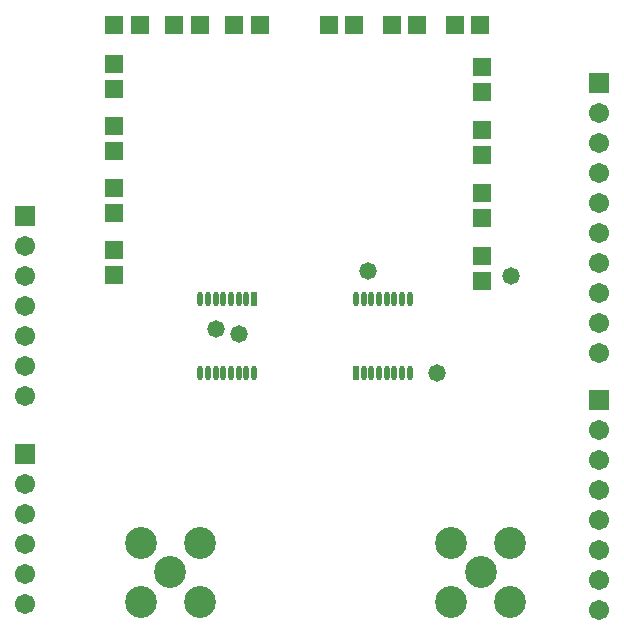
<source format=gts>
%FSLAX25Y25*%
%MOIN*%
G70*
G01*
G75*
G04 Layer_Color=8388736*
%ADD10R,0.05200X0.05600*%
%ADD11R,0.05600X0.05200*%
%ADD12O,0.01181X0.03937*%
%ADD13R,0.01181X0.03937*%
%ADD14C,0.01000*%
%ADD15C,0.02500*%
%ADD16C,0.09843*%
%ADD17R,0.05906X0.05906*%
%ADD18C,0.05906*%
%ADD19C,0.05000*%
%ADD20C,0.00787*%
%ADD21C,0.00800*%
%ADD22R,0.06000X0.06400*%
%ADD23R,0.06400X0.06000*%
%ADD24O,0.01981X0.04737*%
%ADD25R,0.01981X0.04737*%
%ADD26C,0.10642*%
%ADD27R,0.06706X0.06706*%
%ADD28C,0.06706*%
%ADD29C,0.05800*%
D22*
X87000Y203000D02*
D03*
X78500D02*
D03*
X110000Y203000D02*
D03*
X118500D02*
D03*
X67000Y203000D02*
D03*
X58500D02*
D03*
X131000Y203000D02*
D03*
X139500D02*
D03*
X47000Y203000D02*
D03*
X38500D02*
D03*
X152000Y203000D02*
D03*
X160500D02*
D03*
D23*
X38370Y189969D02*
D03*
Y181469D02*
D03*
X160874Y189000D02*
D03*
Y180500D02*
D03*
X38370Y169302D02*
D03*
Y160802D02*
D03*
X160874Y168000D02*
D03*
Y159500D02*
D03*
X38370Y148635D02*
D03*
Y140135D02*
D03*
X160874Y147000D02*
D03*
Y138500D02*
D03*
X38370Y127969D02*
D03*
Y119469D02*
D03*
X160874Y126000D02*
D03*
Y117500D02*
D03*
D24*
X136914Y111409D02*
D03*
X134354D02*
D03*
X131795D02*
D03*
X129236D02*
D03*
X126677D02*
D03*
X124118D02*
D03*
X121559D02*
D03*
X119000D02*
D03*
X136914Y87000D02*
D03*
X134354D02*
D03*
X131795D02*
D03*
X129236D02*
D03*
X126677D02*
D03*
X124118D02*
D03*
X121559D02*
D03*
X82441Y111409D02*
D03*
X79882D02*
D03*
X77323D02*
D03*
X74764D02*
D03*
X72205D02*
D03*
X69646D02*
D03*
X67086D02*
D03*
X85000Y87000D02*
D03*
X82441D02*
D03*
X79882D02*
D03*
X77323D02*
D03*
X74764D02*
D03*
X72205D02*
D03*
X69646D02*
D03*
X67086D02*
D03*
D25*
X119000D02*
D03*
X85000Y111409D02*
D03*
D26*
X57087Y20472D02*
D03*
X47244Y10630D02*
D03*
X66929D02*
D03*
Y30315D02*
D03*
X47244D02*
D03*
X160630Y20472D02*
D03*
X150787Y10630D02*
D03*
X170473D02*
D03*
Y30315D02*
D03*
X150787D02*
D03*
D27*
X200000Y183465D02*
D03*
Y77953D02*
D03*
X8661Y139370D02*
D03*
Y59843D02*
D03*
D28*
X200000Y173465D02*
D03*
Y153465D02*
D03*
Y143465D02*
D03*
Y133465D02*
D03*
Y123465D02*
D03*
Y113465D02*
D03*
Y103465D02*
D03*
Y93465D02*
D03*
Y163465D02*
D03*
Y7953D02*
D03*
Y17953D02*
D03*
Y27953D02*
D03*
Y37953D02*
D03*
Y47953D02*
D03*
Y57953D02*
D03*
Y67953D02*
D03*
X8661Y119370D02*
D03*
Y129370D02*
D03*
Y109370D02*
D03*
Y99370D02*
D03*
Y89370D02*
D03*
Y79370D02*
D03*
Y9843D02*
D03*
Y19843D02*
D03*
Y29843D02*
D03*
Y39843D02*
D03*
Y49843D02*
D03*
D29*
X72496Y101504D02*
D03*
X146000Y87000D02*
D03*
X123000Y121000D02*
D03*
X80000Y100000D02*
D03*
X170630Y119370D02*
D03*
M02*

</source>
